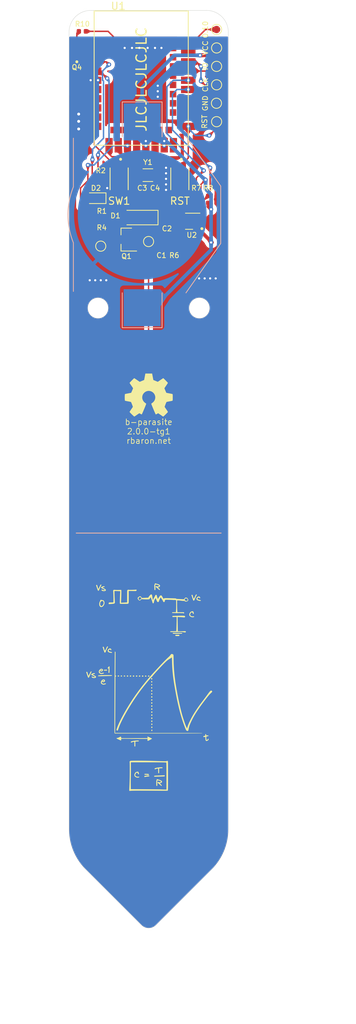
<source format=kicad_pcb>
(kicad_pcb (version 20230410) (generator pcbnew)
  (title_block (title "b-parasite") (date "2023-03-19") (rev "2.0.0") (company "rbaron.net"))
  (layers (0 "F.Cu" signal) (31 "B.Cu" signal) (34 "B.Paste" user) (35 "F.Paste" user) (36 "B.SilkS" user "B.Silkscreen") (37 "F.SilkS" user "F.Silkscreen") (38 "B.Mask" user) (39 "F.Mask" user) (44 "Edge.Cuts" user))
  (net 0 "")
  (net 1 "GND")
  (net 2 "SENS_OUT")
  (net 3 "Net-(U1B-P0.00{slash}XL1)")
  (net 4 "Net-(U1B-P0.01{slash}XL2)")
  (net 5 "Net-(D2-A)")
  (net 6 "+3V0")
  (net 7 "CPARA")
  (net 8 "Net-(Q1-B)")
  (net 9 "PHOTO_V")
  (net 10 "PHOTO_OUT")
  (net 11 "PWM")
  (net 12 "LED")
  (net 13 "SDA")
  (net 14 "SCL")
  (net 15 "RST")
  (net 16 "BTN1")
  (net 17 "SWDIO")
  (net 18 "SWDCLK")
  (net 28 "0.10")
  (footprint "Capacitor_SMD:C_0402_1005Metric" (layer "F.Cu") (at 69.762 59.069 -90)
    (fp_text reference "C1" (at 1.674 0) (layer "F.SilkS") (effects (font (size 0.7 0.7) (thickness 0.12))))
    (fp_text value "1n")
    (pad "1" smd roundrect (at -0.485 0 270) (size 0.59 0.64) (layers "F.Cu" "F.Paste" "F.Mask") (net 2 "SENS_OUT"))
    (pad "2" smd roundrect (at 0.485 0 270) (size 0.59 0.64) (layers "F.Cu" "F.Paste" "F.Mask") (net 1 "GND"))
  )
  (footprint "Resistor_SMD:R_0402_1005Metric" (layer "F.Cu") (at 71.54 59.069 -90)
    (fp_text reference "R6" (at 1.674 0) (layer "F.SilkS") (effects (font (size 0.7 0.7) (thickness 0.12))))
    (fp_text value "1M")
    (pad "1" smd roundrect (at -0.485 0 270) (size 0.59 0.64) (layers "F.Cu" "F.Paste" "F.Mask") (net 2 "SENS_OUT"))
    (pad "2" smd roundrect (at 0.485 0 270) (size 0.59 0.64) (layers "F.Cu" "F.Paste" "F.Mask") (net 1 "GND"))
  )
  (footprint "Resistor_SMD:R_0402_1005Metric" (layer "F.Cu") (at 61.53 57.822 180)
    (fp_text reference "R4" (at 0.015 0.9) (layer "F.SilkS") (effects (font (size 0.7 0.7) (thickness 0.12))))
    (fp_text value "10k")
    (pad "1" smd roundrect (at -0.485 0 180) (size 0.59 0.64) (layers "F.Cu" "F.Paste" "F.Mask") (net 8 "Net-(Q1-B)"))
    (pad "2" smd roundrect (at 0.485 0 180) (size 0.59 0.64) (layers "F.Cu" "F.Paste" "F.Mask") (net 11 "PWM"))
  )
  (footprint "Package_TO_SOT_SMD:SOT-23" (layer "F.Cu") (at 64.936 58.568 180)
    (fp_text reference "Q1" (at 0 -2.302 -180) (layer "F.SilkS") (effects (font (size 0.7 0.7) (thickness 0.12))))
    (fp_text value "MMBT3906")
    (pad "1" smd rect (at -1 -0.95 180) (size 0.9 0.8) (layers "F.Cu" "F.Paste" "F.Mask") (net 8 "Net-(Q1-B)"))
    (pad "2" smd rect (at -1 0.95 180) (size 0.9 0.8) (layers "F.Cu" "F.Paste" "F.Mask") (net 7 "CPARA"))
    (pad "3" smd rect (at 1 0 180) (size 0.9 0.8) (layers "F.Cu" "F.Paste" "F.Mask") (net 1 "GND"))
  )
  (footprint "Resistor_SMD:R_0402_1005Metric" (layer "F.Cu") (at 61.53 55.663)
    (fp_text reference "R1" (at 0 -1.016) (layer "F.SilkS") (effects (font (size 0.7 0.7) (thickness 0.12))))
    (fp_text value "10k")
    (pad "1" smd roundrect (at -0.485 0) (size 0.59 0.64) (layers "F.Cu" "F.Paste" "F.Mask") (net 11 "PWM"))
    (pad "2" smd roundrect (at 0.485 0) (size 0.59 0.64) (layers "F.Cu" "F.Paste" "F.Mask") (net 7 "CPARA"))
  )
  (footprint "TestPoint:TestPoint_Pad_D1.0mm" (layer "F.Cu") (at 77.382 34.708 -90)
    (fp_text reference "TP1" hide)
    (fp_text value "IO" (at 0 1.55 90) (layer "F.SilkS") (effects (font (size 0.7 0.7) (thickness 0.12))))
    (pad "1" smd circle (at 0 0 270) (size 1 1) (layers "F.Cu" "F.Mask") (net 17 "SWDIO"))
  )
  (footprint "TestPoint:TestPoint_Pad_D1.0mm" (layer "F.Cu") (at 77.382 37.248 -90)
    (fp_text reference "TP2" hide)
    (fp_text value "CLK" (at 0 1.55 90) (layer "F.SilkS") (effects (font (size 0.7 0.7) (thickness 0.12))))
    (pad "1" smd circle (at 0 0 270) (size 1 1) (layers "F.Cu" "F.Mask") (net 18 "SWDCLK"))
  )
  (footprint "TestPoint:TestPoint_Pad_D1.0mm" (layer "F.Cu") (at 67.984 58.838 180)
    (fp_text reference "TP5" hide)
    (fp_text value "CPARA" hide)
    (pad "1" smd circle (at 0 0 180) (size 1 1) (layers "F.Cu" "F.Mask") (net 7 "CPARA"))
  )
  (footprint "TestPoint:TestPoint_Pad_D1.0mm" (layer "F.Cu") (at 61.38 59.473 180)
    (fp_text reference "TP6" hide)
    (fp_text value "PWM" hide)
    (pad "1" smd circle (at 0 0 180) (size 1 1) (layers "F.Cu" "F.Mask") (net 11 "PWM"))
  )
  (footprint "Resistor_SMD:R_0402_1005Metric" (layer "F.Cu") (at 61.38 50.202 180)
    (fp_text reference "R2" (at 0 1.143 -180) (layer "F.SilkS") (effects (font (size 0.7 0.7) (thickness 0.12))))
    (fp_text value "1k" hide)
    (pad "1" smd roundrect (at -0.485 0 180) (size 0.59 0.64) (layers "F.Cu" "F.Paste" "F.Mask") (net 5 "Net-(D2-A)"))
    (pad "2" smd roundrect (at 0.485 0 180) (size 0.59 0.64) (layers "F.Cu" "F.Paste" "F.Mask") (net 12 "LED"))
  )
  (footprint "Capacitor_SMD:C_0402_1005Metric" (layer "F.Cu") (at 70.524 55.432 90)
    (fp_text reference "C2" (at -1.628 0) (layer "F.SilkS") (effects (font (size 0.7 0.7) (thickness 0.12))))
    (fp_text value "100n")
    (pad "1" smd roundrect (at -0.485 0 90) (size 0.59 0.64) (layers "F.Cu" "F.Paste" "F.Mask") (net 6 "+3V0"))
    (pad "2" smd roundrect (at 0.485 0 90) (size 0.59 0.64) (layers "F.Cu" "F.Paste" "F.Mask") (net 1 "GND"))
  )
  (footprint "Crystal:Crystal_SMD_3215-2Pin_3.2x1.5mm" (layer "F.Cu") (at 67.8885 49.694)
    (fp_text reference "Y1" (at 0 -1.778) (layer "F.SilkS") (effects (font (size 0.7 0.7) (thickness 0.12))))
    (fp_text value "32.768kHz")
    (pad "1" smd rect (at 1.25 0) (size 1 1.8) (layers "F.Cu" "F.Paste" "F.Mask") (net 4 "Net-(U1B-P0.01{slash}XL2)"))
    (pad "2" smd rect (at -1.25 0) (size 1 1.8) (layers "F.Cu" "F.Paste" "F.Mask") (net 3 "Net-(U1B-P0.00{slash}XL1)"))
  )
  (footprint "LED_SMD:LED_0603_1608Metric" (layer "F.Cu") (at 60.618 52.869 180)
    (fp_text reference "D2" (at -0.1015 1.397 -180) (layer "F.SilkS") (effects (font (size 0.7 0.7) (thickness 0.12))))
    (fp_text value "LED")
    (pad "1" smd roundrect (at -0.7875 0 180) (size 0.875 0.95) (layers "F.Cu" "F.Paste" "F.Mask") (net 1 "GND"))
    (pad "2" smd roundrect (at 0.7875 0 180) (size 0.875 0.95) (layers "F.Cu" "F.Paste" "F.Mask") (net 5 "Net-(D2-A)"))
  )
  (footprint "Capacitor_SMD:C_0402_1005Metric" (layer "F.Cu") (at 68.8845 53.019 -90)
    (fp_text reference "C4" (at -1.547 0) (layer "F.SilkS") (effects (font (size 0.7 0.7) (thickness 0.12))))
    (fp_text value "12p")
    (pad "1" smd roundrect (at -0.485 0 270) (size 0.59 0.64) (layers "F.Cu" "F.Paste" "F.Mask") (net 4 "Net-(U1B-P0.01{slash}XL2)"))
    (pad "2" smd roundrect (at 0.485 0 270) (size 0.59 0.64) (layers "F.Cu" "F.Paste" "F.Mask") (net 1 "GND"))
  )
  (footprint "Capacitor_SMD:C_0402_1005Metric" (layer "F.Cu") (at 67.1065 52.996 90)
    (fp_text reference "C3" (at 1.524 0) (layer "F.SilkS") (effects (font (size 0.7 0.7) (thickness 0.12))))
    (fp_text value "12p")
    (pad "1" smd roundrect (at -0.485 0 90) (size 0.59 0.64) (layers "F.Cu" "F.Paste" "F.Mask") (net 1 "GND"))
    (pad "2" smd roundrect (at 0.485 0 90) (size 0.59 0.64) (layers "F.Cu" "F.Paste" "F.Mask") (net 3 "Net-(U1B-P0.00{slash}XL1)"))
  )
  (footprint "Resistor_SMD:R_0402_1005Metric" (layer "F.Cu") (at 74.588 53.019 -90)
    (fp_text reference "R7" (at -1.547 0) (layer "F.SilkS") (effects (font (size 0.7 0.7) (thickness 0.12))))
    (fp_text value "10k")
    (pad "1" smd roundrect (at -0.485 0 270) (size 0.59 0.64) (layers "F.Cu" "F.Paste" "F.Mask") (net 13 "SDA"))
    (pad "2" smd roundrect (at 0.485 0 270) (size 0.59 0.64) (layers "F.Cu" "F.Paste" "F.Mask") (net 6 "+3V0"))
  )
  (footprint "Resistor_SMD:R_0402_1005Metric" (layer "F.Cu") (at 76.239 53.019 90)
    (fp_text reference "R8" (at 1.547 0) (layer "F.SilkS") (effects (font (size 0.7 0.7) (thickness 0.12))))
    (fp_text value "10k")
    (pad "1" smd roundrect (at -0.485 0 90) (size 0.59 0.64) (layers "F.Cu" "F.Paste" "F.Mask") (net 6 "+3V0"))
    (pad "2" smd roundrect (at 0.485 0 90) (size 0.59 0.64) (layers "F.Cu" "F.Paste" "F.Mask") (net 14 "SCL"))
  )
  (footprint "kicad:Sensirion_DFN-4-1EP_2x2mm_P1mm_EP0.7x1.6mm" (layer "F.Cu") (at 74.08 56.044 180)
    (fp_text reference "U2" (at 0.127 -1.905) (layer "F.SilkS") (effects (font (size 0.7 0.7) (thickness 0.12))))
    (fp_text value "SHTC3")
    (pad "1" smd roundrect (at -0.925 -0.5 180) (size 0.55 0.35) (layers "F.Cu" "F.Mask") (net 6 "+3V0"))
    (pad "2" smd roundrect (at -0.925 0.5 180) (size 0.55 0.35) (layers "F.Cu" "F.Mask") (net 14 "SCL"))
    (pad "3" smd roundrect (at 0.925 0.5 180) (size 0.55 0.35) (layers "F.Cu" "F.Mask") (net 13 "SDA"))
    (pad "4" smd roundrect (at 0.925 -0.5 180) (size 0.55 0.35) (layers "F.Cu" "F.Mask") (net 1 "GND"))
    (pad "5" smd roundrect (at 0 0 180) (size 0.7 1.6) (layers "F.Cu" "F.Mask"))
  )
  (footprint "Diode_SMD:D_MiniMELF" (layer "F.Cu") (at 66.742 55.536 180)
    (fp_text reference "D1" (at 3.33 0.254 -180) (layer "F.SilkS") (effects (font (size 0.7 0.7) (thickness 0.12))))
    (fp_text value "LL4148")
    (pad "1" smd rect (at -1.75 0 180) (size 1.3 1.7) (layers "F.Cu" "F.Paste" "F.Mask") (net 2 "SENS_OUT"))
    (pad "2" smd rect (at 1.75 0 180) (size 1.3 1.7) (layers "F.Cu" "F.Paste" "F.Mask") (net 7 "CPARA"))
  )
  (footprint "Symbol:OSHW-Symbol_6.7x6mm_SilkScreen" (layer "F.Cu") (at 68 80)
    (fp_text reference "REF**" hide)
    (fp_text value "OSHW-Symbol_6.7x6mm_SilkScreen" hide)
  )
  (footprint "TestPoint:TestPoint_Pad_D1.0mm" (layer "F.Cu") (at 77.382 42.328 -90)
    (fp_text reference "TP4" hide)
    (fp_text value "RST" (at 0 1.66 90) (layer "F.SilkS") (effects (font (size 0.7 0.7) (thickness 0.12))))
    (pad "1" smd circle (at 0 0 270) (size 1 1) (layers "F.Cu" "F.Mask") (net 15 "RST"))
  )
  (footprint "snapeda:E73-2G4M08S1C" (layer "F.Cu") (at 66.968 36.57255)
    (fp_text reference "U1" (at -3.175 -10.16) (layer "F.SilkS"))
    (fp_text value "E73-2G4M08S1C")
    (pad "1" smd rect (at -6.5 -5.03) (size 2 1) (layers "F.Cu" "F.Paste" "F.Mask"))
    (pad "2" smd rect (at -6.5 -3.76) (size 2 1) (layers "F.Cu" "F.Paste" "F.Mask"))
    (pad "3" smd rect (at -6.5 -2.49) (size 2 1) (layers "F.Cu" "F.Paste" "F.Mask") (net 2 "SENS_OUT"))
    (pad "4" smd rect (at -6.5 -1.22) (size 2 1) (layers "F.Cu" "F.Paste" "F.Mask") (net 12 "LED"))
    (pad "5" smd rect (at -6.5 0.05) (size 2 1) (layers "F.Cu" "F.Paste" "F.Mask") (net 1 "GND"))
    (pad "6" smd rect (at -6.5 1.32) (size 2 1) (layers "F.Cu" "F.Paste" "F.Mask"))
    (pad "7" smd rect (at -6.5 2.59) (size 2 1) (layers "F.Cu" "F.Paste" "F.Mask") (net 10 "PHOTO_OUT"))
    (pad "8" smd rect (at -6.5 3.86) (size 2 1) (layers "F.Cu" "F.Paste" "F.Mask") (net 9 "PHOTO_V"))
    (pad "9" smd rect (at -6.5 5.13) (size 2 1) (layers "F.Cu" "F.Paste" "F.Mask"))
    (pad "10" smd rect (at -6.5 6.4) (size 2 1) (layers "F.Cu" "F.Paste" "F.Mask") (net 16 "BTN1"))
    (pad "11" smd rect (at -4.44 9) (size 1 2) (layers "F.Cu" "F.Paste" "F.Mask") (net 3 "Net-(U1B-P0.00{slash}XL1)"))
    (pad "12" smd rect (at -3.81 6.9) (size 0.9 0.9) (layers "F.Cu" "F.Paste" "F.Mask"))
    (pad "13" smd rect (at -3.17 9) (size 1 2) (layers "F.Cu" "F.Paste" "F.Mask") (net 4 "Net-(U1B-P0.01{slash}XL2)"))
    (pad "14" smd rect (at -2.54 6.9) (size 0.9 0.9) (layers "F.Cu" "F.Paste" "F.Mask"))
    (pad "15" smd rect (at -1.9 9) (size 1 2) (layers "F.Cu" "F.Paste" "F.Mask") (net 11 "PWM"))
    (pad "16" smd rect (at -1.27 6.9) (size 0.9 0.9) (layers "F.Cu" "F.Paste" "F.Mask"))
    (pad "17" smd rect (at -0.63 9) (size 1 2) (layers "F.Cu" "F.Paste" "F.Mask"))
    (pad "18" smd rect (at 0 6.9) (size 0.9 0.9) (layers "F.Cu" "F.Paste" "F.Mask"))
    (pad "19" smd rect (at 0.64 9) (size 1 2) (layers "F.Cu" "F.Paste" "F.Mask") (net 6 "+3V0"))
    (pad "20" smd rect (at 1.27 6.9) (size 0.9 0.9) (layers "F.Cu" "F.Paste" "F.Mask"))
    (pad "21" smd rect (at 1.91 9) (size 1 2) (layers "F.Cu" "F.Paste" "F.Mask") (net 1 "GND"))
    (pad "22" smd rect (at 2.54 6.9) (size 0.9 0.9) (layers "F.Cu" "F.Paste" "F.Mask"))
    (pad "23" smd rect (at 3.18 9) (size 1 2) (layers "F.Cu" "F.Paste" "F.Mask") (net 6 "+3V0"))
    (pad "24" smd rect (at 3.81 6.9) (size 0.9 0.9) (layers "F.Cu" "F.Paste" "F.Mask"))
    (pad "25" smd rect (at 4.45 9) (size 1 2) (layers "F.Cu" "F.Paste" "F.Mask"))
    (pad "26" smd rect (at 6.5 6.4) (size 2 1) (layers "F.Cu" "F.Paste" "F.Mask") (net 15 "RST"))
    (pad "27" smd rect (at 6.5 5.13) (size 2 1) (layers "F.Cu" "F.Paste" "F.Mask"))
    (pad "28" smd rect (at 4.4 4.495) (size 0.9 0.9) (layers "F.Cu" "F.Paste" "F.Mask"))
    (pad "29" smd rect (at 6.5 3.86) (size 2 1) (layers "F.Cu" "F.Paste" "F.Mask"))
    (pad "30" smd rect (at 4.4 3.225) (size 0.9 0.9) (layers "F.Cu" "F.Paste" "F.Mask"))
    (pad "31" smd rect (at 6.5 2.59) (size 2 1) (layers "F.Cu" "F.Paste" "F.Mask"))
    (pad "32" smd rect (at 4.4 1.955) (size 0.9 0.9) (layers "F.Cu" "F.Paste" "F.Mask"))
    (pad "33" smd rect (at 6.5 1.32) (size 2 1) (layers "F.Cu" "F.Paste" "F.Mask") (net 14 "SCL"))
    (pad "34" smd rect (at 4.4 0.685) (size 0.9 0.9) (layers "F.Cu" "F.Paste" "F.Mask"))
    (pad "35" smd rect (at 6.5 0.05) (size 2 1) (layers "F.Cu" "F.Paste" "F.Mask") (net 13 "SDA"))
    (pad "36" smd rect (at 4.4 -0.585) (size 0.9 0.9) (layers "F.Cu" "F.Paste" "F.Mask"))
    (pad "37" smd rect (at 6.5 -1.22) (size 2 1) (layers "F.Cu" "F.Paste" "F.Mask") (net 17 "SWDIO"))
    (pad "38" smd rect (at 4.4 -1.855) (size 0.9 0.9) (layers "F.Cu" "F.Paste" "F.Mask"))
    (pad "39" smd rect (at 6.5 -2.49) (size 2 1) (layers "F.Cu" "F.Paste" "F.Mask") (net 18 "SWDCLK"))
    (pad "40" smd rect (at 4.4 -3.125) (size 0.9 0.9) (layers "F.Cu" "F.Paste" "F.Mask"))
    (pad "41" smd rect (at 6.5 -3.76) (size 2 1) (layers "F.Cu" "F.Paste" "F.Mask"))
    (pad "42" smd rect (at 4.4 -4.395) (size 0.9 0.9) (layers "F.Cu" "F.Paste" "F.Mask"))
    (pad "43" smd rect (at 6.5 -5.03) (size 2 1) (layers "F.Cu" "F.Paste" "F.Mask") (net 28 "0.10"))
  )
  (footprint "Resistor_SMD:R_0402_1005Metric" (layer "F.Cu") (at 58.84 29.882 180)
    (fp_text reference "R10" (at 0 1.016) (layer "F.SilkS") (effects (font (size 0.7 0.7) (thickness 0.12))))
    (fp_text value "470")
    (pad "1" smd roundrect (at -0.485 0 180) (size 0.59 0.64) (layers "F.Cu" "F.Paste" "F.Mask") (net 1 "GND"))
    (pad "2" smd roundrect (at 0.485 0 180) (size 0.59 0.64) (layers "F.Cu" "F.Paste" "F.Mask") (net 10 "PHOTO_OUT"))
  )
  (footprint "snapeda:TR8" (layer "F.Cu") (at 58.078 32.676 90)
    (fp_text reference "Q4" (at -2.159 0 -180) (layer "F.SilkS") (effects (font (size 0.7 0.7) (thickness 0.12))))
    (fp_text value "Q_Photo_NPN")
    (pad "1" smd rect (at -0.75 0 90) (size 0.8 0.8) (layers "F.Cu" "F.Paste" "F.Mask") (net 9 "PHOTO_V"))
    (pad "2" smd rect (at 0.75 0 90) (size 0.8 0.8) (layers "F.Cu" "F.Paste" "F.Mask") (net 10 "PHOTO_OUT"))
  )
  (footprint "TestPoint:TestPoint_Pad_D1.0mm" (layer "F.Cu") (at 77.382 32.168 -90)
    (fp_text reference "TP7" hide)
    (fp_text value "VCC" (at 0 1.55 90) (layer "F.SilkS") (effects (font (size 0.7 0.7) (thickness 0.12))))
    (pad "1" smd circle (at 0 0 270) (size 1 1) (layers "F.Cu" "F.Mask") (net 6 "+3V0"))
  )
  (footprint "snapeda:SW_B3U-1000P" (layer "F.Cu") (at 72.302 50.202 -90)
    (fp_text reference "RST1" hide)
    (fp_text value "B3U-1000P")
    (fp_text user "RST" (at 3.048 0 unlocked) (layer "F.SilkS"))
    (pad "1" smd rect (at -1.7 0) (size 1.7 0.8) (layers "F.Cu" "F.Paste" "F.Mask") (net 15 "RST"))
    (pad "2" smd rect (at 1.7 0) (size 1.7 0.8) (layers "F.Cu" "F.Paste" "F.Mask") (net 1 "GND"))
  )
  (footprint "b-parasite:circuit_drawing" (layer "F.Cu") (at 67.984 120.052)
    (fp_text reference "G***" hide)
    (fp_text value "LOGO" hide)
  )
  (footprint "snapeda:SW_B3U-1000P" (layer "F.Cu") (at 63.92 50.202 -90)
    (fp_text reference "SW1" (at 3.048 0) (layer "F.SilkS"))
    (fp_text value "B3U-1000P")
    (pad "1" smd rect (at -1.7 0) (size 1.7 0.8) (layers "F.Cu" "F.Paste" "F.Mask") (net 16 "BTN1"))
    (pad "2" smd rect (at 1.7 0) (size 1.7 0.8) (layers "F.Cu" "F.Paste" "F.Mask") (net 1 "GND"))
  )
  (footprint "TestPoint:TestPoint_Pad_D1.0mm" (layer "F.Cu") (at 77.382 29.628 -90)
    (fp_text reference "TP8" hide)
    (fp_text value "0.10" (at 0 1.55 90) (layer "F.SilkS") (effects (font (size 0.7 0.7) (thickness 0.12))))
    (pad "1" smd circle (at 0 0 270) (size 1 1) (layers "F.Cu" "F.Mask") (net 28 "0.10"))
  )
  (footprint "TestPoint:TestPoint_Pad_D1.0mm" (layer "F.Cu") (at 77.362 39.788 -90)
    (fp_text reference "TP3" hide)
    (fp_text value "GND" (at 0 1.55 90) (layer "F.SilkS") (effects (font (size 0.7 0.7) (thickness 0.12))))
    (pad "1" smd circle (at 0 0 270) (size 1 1) (layers "F.Cu" "F.Mask") (net 1 "GND"))
  )
  (footprint "kicad:BatteryHolder_Keystone_3002_1x2032" (layer "B.Cu") (at 67.1 55.155 -90)
    (fp_text reference "BT1" hide)
    (fp_text value "Battery_Cell")
    (pad "1" smd rect (at -12.8 0 270) (size 5.1 5.1) (layers "B.Cu" "B.Paste" "B.Mask") (net 6 "+3V0"))
    (pad "1" smd rect (at 12.8 0 270) (size 5.1 5.1) (layers "B.Cu" "B.Paste" "B.Mask") (net 6 "+3V0"))
    (pad "2" smd circle (at 0 0 270) (size 17.8 17.8) (layers "B.Cu" "B.Mask") (net 1 "GND"))
  )
  (gr_line (start 58 99) (end 78 99) (stroke (width 0.12)) (layer "B.SilkS"))
  (gr_line (start 58 99) (end 78 99) (stroke (width 0.12)) (layer "F.SilkS"))
  (gr_circle (center 75.35 57.06) (end 75.45 57.06) (stroke (width 0.2)) (fill solid) (layer "F.SilkS"))
  (gr_line (start 60 27) (end 76 27) (stroke (width 0.05)) (layer "Edge.Cuts"))
  (gr_arc (start 68.999998 152.999998) (mid 68 153.41421) (end 67.000002 152.999998) (stroke (width 0.05)) (layer "Edge.Cuts"))
  (gr_line (start 67.000001 152.999999) (end 59.087312 145.111797) (stroke (width 0.05)) (layer "Edge.Cuts"))
  (gr_line (start 68.999999 152.999999) (end 76.91268 145.11179) (stroke (width 0.05)) (layer "Edge.Cuts"))
  (gr_line (start 57 30) (end 57.000001 139.7) (stroke (width 0.05)) (layer "Edge.Cuts"))
  (gr_line (start 78.999991 139.699993) (end 79 30) (stroke (width 0.05)) (layer "Edge.Cuts"))
  (gr_circle (center 75 68) (end 76 69) (stroke (width 0.05)) (fill none) (layer "Edge.Cuts"))
  (gr_arc (start 57 30) (mid 57.87868 27.87868) (end 60 27) (stroke (width 0.05)) (layer "Edge.Cuts"))
  (gr_arc (start 59.087312 145.111797) (mid 57.521946 142.60712) (end 57.000001 139.7) (stroke (width 0.05)) (layer "Edge.Cuts"))
  (gr_circle (center 61 68) (end 62 67) (stroke (width 0.05)) (fill none) (layer "Edge.Cuts"))
  (gr_arc (start 78.999991 139.699993) (mid 78.478047 142.607114) (end 76.91268 145.11179) (stroke (width 0.05)) (layer "Edge.Cuts"))
  (gr_arc (start 76 27) (mid 78.12132 27.87868) (end 79 30) (stroke (width 0.05)) (layer "Edge.Cuts"))
  (gr_text "b-parasite\n2.0.0-tg1\nrbaron.net" (at 68 85) (layer "F.SilkS") (effects (font (size 0.8 0.8) (thickness 0.1))))
  (gr_text "JLCJLCJLCJLC" (at 67 36.5 90) (layer "F.SilkS") (effects (font (size 1.4 1.4) (thickness 0.2))))
  (segment (start 70.397 48.220572) (end 70.397 48.678) (width 0.5) (layer "F.Cu") (net 1))
  (segment (start 73.155 56.544) (end 72.421 56.544) (width 0.5) (layer "F.Cu") (net 1))
  (segment (start 63.92 51.902) (end 63.92 53.481) (width 0.5) (layer "F.Cu") (net 1))
  (segment (start 62.673 53.481) (end 63.92 53.481) (width 0.5) (layer "F.Cu") (net 1))
  (segment (start 67.1065 53.481) (end 68.8615 53.481) (width 0.5) (layer "F.Cu") (net 1))
  (segment (start 72.421 56.544) (end 70.905 55.028) (width 0.5) (layer "F.Cu") (net 1))
  (segment (start 62.061 52.869) (end 61.4055 52.869) (width 0.5) (layer "F.Cu") (net 1))
  (segment (start 68.878 45.57255) (end 68.878 46.701572) (width 0.5) (layer "F.Cu") (net 1))
  (segment (start 63.92 53.481) (end 67.1065 53.481) (width 0.5) (layer "F.Cu") (net 1))
  (segment (start 62.673 53.481) (end 62.061 52.869) (width 0.5) (layer "F.Cu") (net 1))
  (segment (start 68.878 46.701572) (end 70.397 48.220572) (width 0.5) (layer "F.Cu") (net 1))
  (segment (start 59.325 29.882) (end 62.396 29.882) (width 0.2) (layer "F.Cu") (net 1))
  (segment (start 62.396 29.882) (end 64.682 32.168) (width 0.2) (layer "F.Cu") (net 1))
  (via (at 60.999 36.613) (size 0.6) (drill 0.3) (layers "F.Cu" "B.Cu") (net 1))
  (via (at 74.969 63.918) (size 0.6) (drill 0.3) (layers "F.Cu" "B.Cu") (net 1))
  (via (at 75.731 63.918) (size 0.6) (drill 0.3) (layers "F.Cu" "B.Cu") (net 1))
  (via (at 60.618 64.172) (size 0.6) (drill 0.3) (layers "F.Cu" "B.Cu") (net 1))
  (via (at 77.255 63.918) (size 0.6) (drill 0.3) (layers "F.Cu" "B.Cu") (net 1))
  (via (at 64.682 32.168) (size 0.6) (drill 0.3) (layers "F.Cu" "B.Cu") (net 1))
  (via (at 62.269 51.472) (size 0.6) (drill 0.3) (layers "F.Cu" "B.Cu") (net 1))
  (via (at 58.33 41.28) (size 0.8) (drill 0.4) (layers "F.Cu" "B.Cu") (net 1))
  (via (at 70.397 51.726) (size 0.6) (drill 0.3) (layers "F.Cu" "B.Cu") (net 1))
  (via (at 59.983 36.613) (size 0.6) (drill 0.3) (layers "F.Cu" "B.Cu") (net 1))
  (via (at 69.254 38.899) (size 0.6) (drill 0.3) (layers "F.Cu" "B.Cu") (net 1))
  (via (at 76.493 63.918) (size 0.6) (drill 0.3) (layers "F.Cu" "B.Cu") (net 1))
  (via (at 58.33 43.33) (size 0.8) (drill 0.4) (layers "F.Cu" "B.Cu") (net 1))
  (via (at 59.856 64.172) (size 0.6) (drill 0.3) (layers "F.Cu" "B.Cu") (net 1))
  (via (at 70.397 48.678) (size 0.6) (drill 0.3) (layers "F.Cu" "B.Cu") (net 1))
  (via (at 61.38 64.172) (size 0.6) (drill 0.3) (layers "F.Cu" "B.Cu") (net 1))
  (via (at 67.857 32.168) (size 0.6) (drill 0.3) (layers "F.Cu" "B.Cu") (net 1))
  (via (at 68.873 32.168) (size 0.6) (drill 0.3) (layers "F.Cu" "B.Cu") (net 1))
  (via (at 66.714 32.168) (size 0.6) (drill 0.3) (layers "F.Cu" "B.Cu") (net 1))
  (via (at 70.397 50.202) (size 0.6) (drill 0.3) (layers "F.Cu" "B.Cu") (net 1))
  (via (at 65.698 32.168) (size 0.6) (drill 0.3) (layers "F.Cu" "B.Cu") (net 1))
  (via (at 69.254 37.375) (size 0.6) (drill 0.3) (layers "F.Cu" "B.Cu") (net 1))
  (via (at 58.33 42.28) (size 0.8) (drill 0.4) (layers "F.Cu" "B.Cu") (net 1))
  (via (at 62.142 64.172) (size 0.6) (drill 0.3) (layers "F.Cu" "B.Cu") (net 1))
  (via (at 70.397 49.44) (size 0.6) (drill 0.3) (layers "F.Cu" "B.Cu") (net 1))
  (via (at 69.762 32.168) (size 0.6) (drill 0.3) (layers "F.Cu" "B.Cu") (net 1))
  (via (at 70.397 50.964) (size 0.6) (drill 0.3) (layers "F.Cu" "B.Cu") (net 1))
  (via (at 69.254 38.137) (size 0.6) (drill 0.3) (layers "F.Cu" "B.Cu") (net 1))
  (segment (start 68.492 57.314) (end 69.762 58.584) (width 0.2) (layer "F.Cu") (net 2))
  (segment (start 60.202 47.57) (end 60.237 47.535) (width 0.2) (layer "F.Cu") (net 2))
  (segment (start 68.492 55.536) (end 66.968 55.536) (width 0.2) (layer "F.Cu") (net 2))
  (segment (start 65.53052 54.09852) (end 59.43452 54.09852) (width 0.2) (layer "F.Cu") (net 2))
  (segment (start 68.492 55.536) (end 68.492 57.314) (width 0.2) (layer "F.Cu") (net 2))
  (segment (start 58.986 53.65) (end 58.986 51.834) (width 0.2) (layer "F.Cu") (net 2))
  (segment (start 58.986 51.834) (end 60.202 50.618) (width 0.2) (layer "F.Cu") (net 2))
  (segment (start 60.237 47.535) (end 60.364 47.662) (width 0.2) (layer "F.Cu") (net 2))
  (segment (start 66.968 55.536) (end 65.53052 54.09852) (width 0.2) (layer "F.Cu") (net 2))
  (segment (start 62.15155 34.08255) (end 60.468 34.08255) (width 0.2) (layer "F.Cu") (net 2))
  (segment (start 60.202 50.618) (end 60.202 47.57) (width 0.2) (layer "F.Cu") (net 2))
  (segment (start 69.762 58.584) (end 71.286 58.584) (width 0.2) (layer "F.Cu") (net 2))
  (segment (start 59.43452 54.09852) (end 58.986 53.65) (width 0.2) (layer "F.Cu") (net 2))
  (segment (start 62.523 34.454) (end 62.15155 34.08255) (width 0.2) (layer "F.Cu") (net 2))
  (via (at 60.237 47.535) (size 0.6) (drill 0.3) (layers "F.Cu" "B.Cu") (net 2))
  (via (at 62.523 34.454) (size 0.6) (drill 0.3) (layers "F.Cu" "B.Cu") (net 2))
  (segment (start 61.634 36.613) (end 61.634 35.343) (width 0.2) (layer "B.Cu") (net 2))
  (segment (start 61.761 44.614) (end 61.761 36.74) (width 0.2) (layer "B.Cu") (net 2))
  (segment (start 60.237 46.138) (end 61.761 44.614) (width 0.2) (layer "B.Cu") (net 2))
  (segment (start 61.634 35.343) (end 62.523 34.454) (width 0.2) (layer "B.Cu") (net 2))
  (segment (start 61.761 36.74) (end 61.634 36.613) (width 0.2) (layer "B.Cu") (net 2))
  (segment (start 60.237 47.535) (end 60.237 46.138) (width 0.2) (layer "B.Cu") (net 2))
  (segment (start 65.698 47.554) (end 66.6385 48.4945) (width 0.2) (layer "F.Cu") (net 3))
  (segment (start 63.983764 47.154) (end 64.383765 47.554) (width 0.2) (layer "F.Cu") (net 3))
  (segment (start 64.383765 47.554) (end 65.698 47.554) (width 0.2) (layer "F.Cu") (net 3))
  (segment (start 62.528 46.77255) (end 62.90945 47.154) (width 0.2) (layer "F.Cu") (net 3))
  (segment (start 62.528 45.57255) (end 62.528 46.77255) (width 0.2) (layer "F.Cu") (net 3))
  (segment (start 66.6385 52.043) (end 67.1065 52.511) (width 0.2) (layer "F.Cu") (net 3))
  (segment (start 66.6385 48.4945) (end 66.6385 49.694) (width 0.2) (layer "F.Cu") (net 3))
  (segment (start 66.6385 49.694) (end 66.6385 52.043) (width 0.2) (layer "F.Cu") (net 3))
  (segment (start 62.90945 47.154) (end 63.983764 47.154) (width 0.2) (layer "F.Cu") (net 3))
  (segment (start 64.54945 47.154) (end 67.709685 47.154) (width 0.2) (layer "F.Cu") (net 4))
  (segment (start 63.798 45.57255) (end 63.798 46.40255) (width 0.2) (layer "F.Cu") (net 4))
  (segment (start 69.1385 49.694) (end 69.1385 52.28) (width 0.2) (layer "F.Cu") (net 4))
  (segment (start 69.1385 48.582815) (end 69.1385 49.694) (width 0.2) (layer "F.Cu") (net 4))
  (segment (start 68.8845 52.534) (end 69.1385 52.28) (width 0.2) (layer "F.Cu") (net 4))
  (segment (start 67.709685 47.154) (end 69.1385 48.582815) (width 0.2) (layer "F.Cu") (net 4))
  (segment (start 63.798 46.40255) (end 64.54945 47.154) (width 0.2) (layer "F.Cu") (net 4))
  (segment (start 59.8305 52.869) (end 59.8305 52.2365) (width 0.2) (layer "F.Cu") (net 5))
  (segment (start 59.8305 52.2365) (end 61.865 50.202) (width 0.2) (layer "F.Cu") (net 5))
  (segment (start 75.35 57.568) (end 75.096 57.568) (width 0.5) (layer "F.Cu") (net 6))
  (segment (start 74.588 53.504) (end 75.20752 52.88448) (width 0.2) (layer "F.Cu") (net 6))
  (segment (start 71.794 57.187) (end 71.794 57.568) (width 0.5) (layer "F.Cu") (net 6))
  (segment (start 71.794 57.568) (end 74.239204 57.568) (width 0.5) (layer "F.Cu") (net 6))
  (segment (start 75.096 57.568) (end 75.096 56.635) (width 0.5) (layer "F.Cu") (net 6))
  (segment (start 67.603 44.37755) (end 67.603 44.995) (width 0.2) (layer "F.Cu") (net 6))
  (segment (start 70.148 44.37255) (end 70.048489 44.273039) (width 0.2) (layer "F.Cu") (net 6))
  (segment (start 70.148 45.57255) (end 70.148 44.37255) (width 0.2) (layer "F.Cu") (net 6))
  (segment (start 76.239 54.012) (end 76.62 54.393) (width 0.5) (layer "F.Cu") (net 6))
  (segment (start 75.20752 52.88448) (end 75.20752 50.97948) (width 0.2) (layer "F.Cu") (net 6))
  (segment (start 76.747 58.965) (end 75.35 57.568) (width 0.5) (layer "F.Cu") (net 6))
  (segment (start 76.366 33.184) (end 77.382 32.168) (width 0.5) (layer "F.Cu") (net 6))
  (segment (start 75.096 57.568) (end 74.239204 57.568) (width 0.5) (layer "F.Cu") (net 6))
  (segment (start 70.524 55.917) (end 71.794 57.187) (width 0.5) (layer "F.Cu") (net 6))
  (segment (start 70.048489 44.273039) (end 67.707511 44.273039) (width 0.2) (layer "F.Cu") (net 6))
  (segment (start 75.20752 50.97948) (end 75.858 50.329) (width 0.2) (layer "F.Cu") (net 6))
  (segment (start 67.707511 44.273039) (end 67.603 44.37755) (width 0.2) (layer "F.Cu") (net 6))
  (segment (start 76.239 53.504) (end 76.239 54.012) (width 0.5) (layer "F.Cu") (net 6))
  (segment (start 76.62 58.965) (end 76.747 58.965) (width 0.5) (layer "F.Cu") (net 6))
  (segment (start 75.096 33.184) (end 76.366 33.184) (width 0.5) (layer "F.Cu") (net 6))
  (via (at 67.603 45.63) (size 0.6) (drill 0.3) (layers "F.Cu" "B.Cu") (net 6))
  (via (at 75.096 33.184) (size 0.6) (drill 0.3) (layers "F.Cu" "B.Cu") (net 6))
  (via (at 67.603 44.995) (size 0.6) (drill 0.3) (layers "F.Cu" "B.Cu") (net 6))
  (via (at 75.858 50.329) (size 0.6) (drill 0.3) (layers "F.Cu" "B.Cu") (net 6))
  (via (at 76.62 58.965) (size 0.6) (drill 0.3) (layers "F.Cu" "B.Cu") (net 6))
  (via (at 70.148 44.995) (size 0.6) (drill 0.3) (layers "F.Cu" "B.Cu") (net 6))
  (via (at 70.143 45.63) (size 0.6) (drill 0.3) (layers "F.Cu" "B.Cu") (net 6))
  (via (at 76.62 54.393) (size 0.6) (drill 0.3) (layers "F.Cu" "B.Cu") (net 6))
  (segment (start 76.62 52.361) (end 76.62 53.631) (width 0.5) (layer "B.Cu") (net 6))
  (segment (start 67.522206 42.1) (end 70.216603 44.794397) (width 0.5) (layer "B.Cu") (net 6))
  (segment (start 70.143 45.57755) (end 70.148 45.57255) (width 0.5) (layer "B.Cu") (net 6))
  (segment (start 76.62 59.981) (end 76.62 58.965) (width 0.5) (layer "B.Cu") (net 6))
  (segment (start 70.216603 44.794397) (end 75.751206 50.329) (width 0.5) (layer "B.Cu") (net 6))
  (segment (start 70.148 45.148) (end 67.1 42.1) (width 0.5) (layer "B.Cu") (net 6))
  (segment (start 72.048 64.553) (end 76.62 59.981) (width 0.5) (layer "B.Cu") (net 6))
  (segment (start 67.1 42.1) (end 67.522206 42.1) (width 0.5) (layer "B.Cu") (net 6))
  (segment (start 71.54 33.184) (end 75.096 33.184) (width 0.5) (layer "B.Cu") (net 6))
  (segment (start 67.1 42.1) (end 67.1 37.624) (width 0.5) (layer "B.Cu") (net 6))
  (segment (start 67.603 44.995) (end 67.603 42.603) (width 0.5) (layer "B.Cu") (net 6))
  (segment (start 76.62 53.631) (end 76.62 58.965) (width 0.5) (layer "B.Cu") (net 6))
  (segment (start 68.901 67.7) (end 72.048 64.553) (width 0.5) (layer "B.Cu") (net 6))
  (segment (start 75.751206 50.329) (end 75.858 50.329) (width 0.5) (layer "B.Cu") (net 6))
  (segment (start 67.603 45.63) (end 67.603 44.995) (width 0.5) (layer "B.Cu") (net 6))
  (segment (start 70.148 45.57255) (end 70.148 45.148) (width 0.5) (layer "B.Cu") (net 6))
  (segment (start 67.603 42.603) (end 67.1 42.1) (width 0.5) (layer "B.Cu") (net 6))
  (segment (start 75.858 50.329) (end 75.858 51.599) (width 0.5) (layer "B.Cu") (net 6))
  (segment (start 75.858 51.599) (end 76.62 52.361) (width 0.5) (layer "B.Cu") (net 6))
  (segment (start 67.1 37.624) (end 71.54 33.184) (width 0.5) (layer "B.Cu") (net 6))
  (segment (start 64.992 56.674) (end 65.936 57.618) (width 0.2) (layer "F.Cu") (net 7))
  (segment (start 62.65 85.381) (end 67.984 90.715) (width 0.2) (layer "F.Cu") (net 7))
  (segment (start 67.984 101.984) (end 68 102) (width 0.2) (layer "F.Cu") (net 7))
  (segment (start 68 102) (end 68 142) (width 10) (layer "F.Cu") (net 7))
  (segment (start 67.984 58.838) (end 67.984 74.078) (width 0.2) (layer "F.Cu") (net 7))
  (segment (start 62.015 55.663) (end 62.142 55.536) (width 0.2) (layer "F.Cu") (net 7))
  (segment (start 67.984 90.715) (end 67.984 101.984) (width 0.2) (layer "F.Cu") (net 7))
  (segment (start 62.142 55.536) (end 64.992 55.536) (width 0.2) (layer "F.Cu") (net 7))
  (segment (start 64.992 55.536) (end 64.992 56.674) (width 0.2) (layer "F.Cu") (net 7))
  (segment (start 62.65 79.412) (end 62.65 85.381) (width 0.2) (layer "F.Cu") (net 7))
  (segment (start 66.764 57.618) (end 67.984 58.838) (width 0.2) (layer "F.Cu") (net 7))
  (segment (start 67.984 74.078) (end 62.65 79.412) (width 0.2) (layer "F.Cu") (net 7))
  (segment (start 65.936 57.618) (end 66.764 57.618) (width 0.2) (layer "F.Cu") (net 7))
  (segment (start 64.174 57.356) (end 64.174 57.314) (width 0.2) (layer "F.Cu") (net 8))
  (segment (start 62.523 57.314) (end 62.015 57.822) (width 0.2) (layer "F.Cu") (net 8))
  (segment (start 65.936 59.518) (end 65.936 59.118) (width 0.2) (layer "F.Cu") (net 8))
  (segment (start 65.936 59.118) (end 64.174 57.356) (width 0.2) (layer "F.Cu") (net 8))
  (segment (start 64.174 57.314) (end 62.523 57.314) (width 0.2) (layer "F.Cu") (net 8))
  (segment (start 58.677511 39.244511) (end 57.951 38.518) (width 0.2) (layer "F.Cu") (net 9))
  (segment (start 57.697 38.264) (end 57.697 33.565) (width 0.2) (layer "F.Cu") (net 9))
  (segment (start 59.268 40.43255) (end 58.677511 39.842061) (width 0.2) (layer "F.Cu") (net 9))
  (segment (start 58.677511 39.842061) (end 58.677511 39.244511) (width 0.2) (layer "F.Cu") (net 9))
  (segment (start 60.468 40.43255) (end 59.268 40.43255) (width 0.2) (layer "F.Cu") (net 9))
  (segment (start 57.951 38.518) (end 57.697 38.264) (width 0.2) (layer "F.Cu") (net 9))
  (segment (start 58.078 31.926) (end 58.078 30.159) (width 0.2) (layer "F.Cu") (net 10))
  (segment (start 58.332 34.708) (end 58.777511 34.262489) (width 0.2) (layer "F.Cu") (net 10))
  (segment (start 58.777511 34.262489) (end 58.777511 32.625511) (width 0.2) (layer "F.Cu") (net 10))
  (segment (start 58.777511 32.625511) (end 58.078 31.926) (width 0.2) (layer "F.Cu") (net 10))
  (segment (start 60.468 39.16255) (end 59.268 39.16255) (width 0.2) (layer "F.Cu") (net 10))
  (segment (start 58.332 38.22655) (end 58.332 34.708) (width 0.2) (layer "F.Cu") (net 10))
  (segment (start 59.268 39.16255) (end 58.332 38.22655) (width 0.2) (layer "F.Cu") (net 10))
  (segment (start 58.078 30.159) (end 58.355 29.882) (width 0.2) (layer "F.Cu") (net 10))
  (segment (start 59.729 48.424) (end 59.602 48.297) (width 0.2) (layer "F.Cu") (net 11))
  (segment (start 61.38 59.473) (end 60.872 58.965) (width 0.2) (layer "F.Cu") (net 11))
  (segment (start 59.602 50.456) (end 59.602 48.297) (width 0.2) (layer "F.Cu") (net 11))
  (segment (start 61.045 57.822) (end 61.045 55.663) (width 0.2) (layer "F.Cu") (net 11))
  (segment (start 58.586 54.012) (end 58.586 51.472) (width 0.2) (layer "F.Cu") (net 11))
  (segment (start 61.045 55.663) (end 60.237 55.663) (width 0.2) (layer "F.Cu") (net 11))
  (segment (start 58.586 51.472) (end 59.602 50.456) (width 0.2) (layer "F.Cu") (net 11))
  (segment (start 60.872 58.965) (end 60.872 57.995) (width 0.2) (layer "F.Cu") (net 11))
  (segment (start 60.237 55.663) (end 58.586 54.012) (width 0.2) (layer "F.Cu") (net 11))
  (segment (start 60.872 57.995) (end 61.045 57.822) (width 0.2) (layer "F.Cu") (net 11))
  (via (at 65.063 45.63) (size 0.6) (drill 0.3) (layers "F.Cu" "B.Cu") (net 11))
  (via (at 59.602 48.297) (size 0.6) (drill 0.3) (layers "F.Cu" "B.Cu") (net 11))
  (segment (start 63.116838 45.63) (end 65.063 45.63) (width 0.2) (layer "B.Cu") (net 11))
  (segment (start 60.449838 48.297) (end 63.116838 45.63) (width 0.2) (layer "B.Cu") (net 11))
  (segment (start 59.602 48.297) (end 60.449838 48.297) (width 0.2) (layer "B.Cu") (net 11))
  (segment (start 61.26255 35.35255) (end 62.269 36.359) (width 0.2) (layer "F.Cu") (net 12))
  (segment (start 61.022 46.923) (end 60.999 46.9) (width 0.2) (layer "F.Cu") (net 12))
  (segment (start 60.999 46.9) (end 60.999 50.098) (width 0.2) (layer "F.Cu") (net 12))
  (segment (start 60.999 50.098) (end 60.895 50.202) (width 0.2) (layer "F.Cu") (net 12))
  (segment (start 60.468 35.35255) (end 61.26255 35.35255) (width 0.2) (layer "F.Cu") (net 12))
  (via (at 60.999 46.9) (size 0.6) (drill 0.3) (layers "F.Cu" "B.Cu") (net 12))
  (via (at 62.269 36.359) (size 0.6) (drill 0.3) (layers "F.Cu" "B.Cu") (net 12))
  (segment (start 60.999 46.519) (end 62.523 44.995) (width 0.2) (layer "B.Cu") (net 12))
  (segment (start 60.999 46.9) (end 60.999 46.519) (width 0.2) (layer "B.Cu") (net 12))
  (segment (start 62.523 36.613) (end 62.269 36.359) (width 0.2) (layer "B.Cu") (net 12))
  (segment (start 62.523 44.995) (end 62.523 36.613) (width 0.2) (layer "B.Cu") (net 12))
  (segment (start 73.155 53.967) (end 73.155 55.544) (width 0.2) (layer "F.Cu") (net 13))
  (segment (start 74.588 50.075) (end 75.604 49.059) (width 0.2) (layer "F.Cu") (net 13))
  (segment (start 74.588 52.534) (end 74.588 50.075) (width 0.2) (layer "F.Cu") (net 13))
  (segment (start 74.588 52.534) (end 73.155 53.967) (width 0.2) (layer "F.Cu") (net 13))
  (via (at 75.604 49.059) (size 0.6) (drill 0.3) (layers "F.Cu" "B.Cu") (net 13))
  (via (at 73.468 36.62255) (size 0.6) (drill 0.3) (layers "F.Cu" "B.Cu") (net 13))
  (segment (start 70.524 37.502) (end 71.40345 36.62255) (width 0.2) (layer "B.Cu") (net 13))
  (segment (start 71.40345 36.62255) (end 73.468 36.62255) (width 0.2) (layer "B.Cu") (net 13))
  (segment (start 75.604 49.059) (end 70.524 43.979) (width 0.2) (layer "B.Cu") (net 13))
  (segment (start 70.524 43.979) (end 70.524 37.502) (width 0.2) (layer "B.Cu") (net 13))
  (segment (start 76.239 52.534) (end 76.493 52.28) (width 0.2) (layer "F.Cu") (net 14))
  (segment (start 75.61948 53.15352) (end 75.61948 54.92952) (width 0.2) (layer "F.Cu") (net 14))
  (segment (start 76.239 52.534) (end 75.61948 53.15352) (width 0.2) (layer "F.Cu") (net 14))
  (segment (start 75.61948 54.92952) (end 75.005 55.544) (width 0.2) (layer "F.Cu") (net 14))
  (segment (start 76.493 52.28) (end 76.493 48.678) (width 0.2) (layer "F.Cu") (net 14))
  (via (at 73.468 37.89255) (size 0.6) (drill 0.3) (layers "F.Cu" "B.Cu") (net 14))
  (via (at 76.493 48.678) (size 0.6) (drill 0.3) (layers "F.Cu" "B.Cu") (net 14))
  (segment (start 71.286 43.471) (end 71.286 38.518) (width 0.2) (layer "B.Cu") (net 14))
  (segment (start 71.286 38.518) (end 71.91145 37.89255) (width 0.2) (layer "B.Cu") (net 14))
  (segment (start 76.493 48.678) (end 71.286 43.471) (width 0.2) (layer "B.Cu") (net 14))
  (segment (start 71.91145 37.89255) (end 73.468 37.89255) (width 0.2) (layer "B.Cu") (net 14))
  (segment (start 77.382 42.328) (end 77.382 43.217) (width 0.2) (layer "F.Cu") (net 15))
  (segment (start 77.382 43.217) (end 76.366 44.233) (width 0.2) (layer "F.Cu") (net 15))
  (segment (start 73.468 47.336) (end 72.302 48.502) (width 0.2) (layer "F.Cu") (net 15))
  (segment (start 73.468 42.97255) (end 73.468 47.336) (width 0.2) (layer "F.Cu") (net 15))
  (via (at 73.468 42.97255) (size 0.6) (drill 0.3) (layers "F.Cu" "B.Cu") (net 15))
  (via (at 76.366 44.233) (size 0.6) (drill 0.3) (layers "F.Cu" "B.Cu") (net 15))
  (segment (start 74.461 44.233) (end 76.366 44.233) (width 0.2) (layer "B.Cu") (net 15))
  (segment (start 73.468 43.24) (end 74.461 44.233) (width 0.2) (layer "B.Cu") (net 15))
  (segment (start 73.468 42.97255) (end 73.468 43.24) (width 0.2) (layer "B.Cu") (net 15))
  (segment (start 63.47 48.502) (end 60.468 45.5) (width 0.2) (layer "F.Cu") (net 16))
  (segment (start 63.92 48.502) (end 63.47 48.502) (width 0.2) (layer "F.Cu") (net 16))
  (segment (start 60.468 45.5) (end 60.468 42.97255) (width 0.2) (layer "F.Cu") (net 16))
  (segment (start 76.73745 35.35255) (end 73.468 35.35255) (width 0.2) (layer "F.Cu") (net 17))
  (segment (start 77.382 34.708) (end 76.73745 35.35255) (width 0.2) (layer "F.Cu") (net 17))
  (segment (start 74.59755 34.08255) (end 73.468 34.08255) (width 0.2) (layer "F.Cu") (net 18))
  (segment (start 75.223 34.708) (end 74.59755 34.08255) (width 0.2) (layer "F.Cu") (net 18))
  (segment (start 75.731 37.248) (end 75.223 36.74) (width 0.2) (layer "F.Cu") (net 18))
  (segment (start 77.382 37.248) (end 75.731 37.248) (width 0.2) (layer "F.Cu") (net 18))
  (via (at 75.223 36.74) (size 0.6) (drill 0.3) (layers "F.Cu" "B.Cu") (net 18))
  (via (at 75.223 34.708) (size 0.6) (drill 0.3) (layers "F.Cu" "B.Cu") (net 18))
  (segment (start 75.223 36.74) (end 75.223 34.708) (width 0.2) (layer "B.Cu") (net 18))
  (segment (start 73.94345 31.54255) (end 75.858 29.628) (width 0.2) (layer "F.Cu") (net 28))
  (segment (start 73.468 31.54255) (end 73.94345 31.54255) (width 0.2) (layer "F.Cu") (net 28))
  (segment (start 75.858 29.628) (end 77.382 29.628) (width 0.2) (layer "F.Cu") (net 28))
  (zone (net 1) (net_name "GND") (layer "F.Cu") (connect_pads (clearance 0.508)) (min_thickness 0.254) (fill yes (thermal_gap 0.508) (thermal_bridge_width 0.508))
    (polygon (pts (xy 56.5 30.6) (xy 56.6 155) (xy 79.4 155) (xy 79.3 30.6)))
  )
  (zone (net 1) (net_name "GND") (layer "B.Cu") (connect_pads (clearance 0.508)) (min_thickness 0.254) (fill yes (thermal_gap 0.508) (thermal_bridge_width 0.508))
    (polygon (pts (xy 56.5 30.8) (xy 56.6 155) (xy 79.4 155) (xy 79.3 30.6) (xy 56.5 30.6)))
  )
)
</source>
